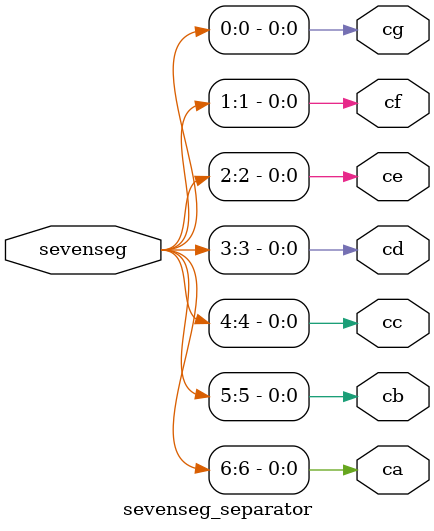
<source format=sv>
`timescale 1ns / 1ps


module sevenseg_separator(
	input logic [6:0]sevenseg,
	output logic ca,cb,cc,cd,ce,cf,cg
    );
    
    assign ca = sevenseg[6];
    assign cb = sevenseg[5];
    assign cc = sevenseg[4];
    assign cd = sevenseg[3];
    assign ce = sevenseg[2];
    assign cf = sevenseg[1];
    assign cg = sevenseg[0];
endmodule

</source>
